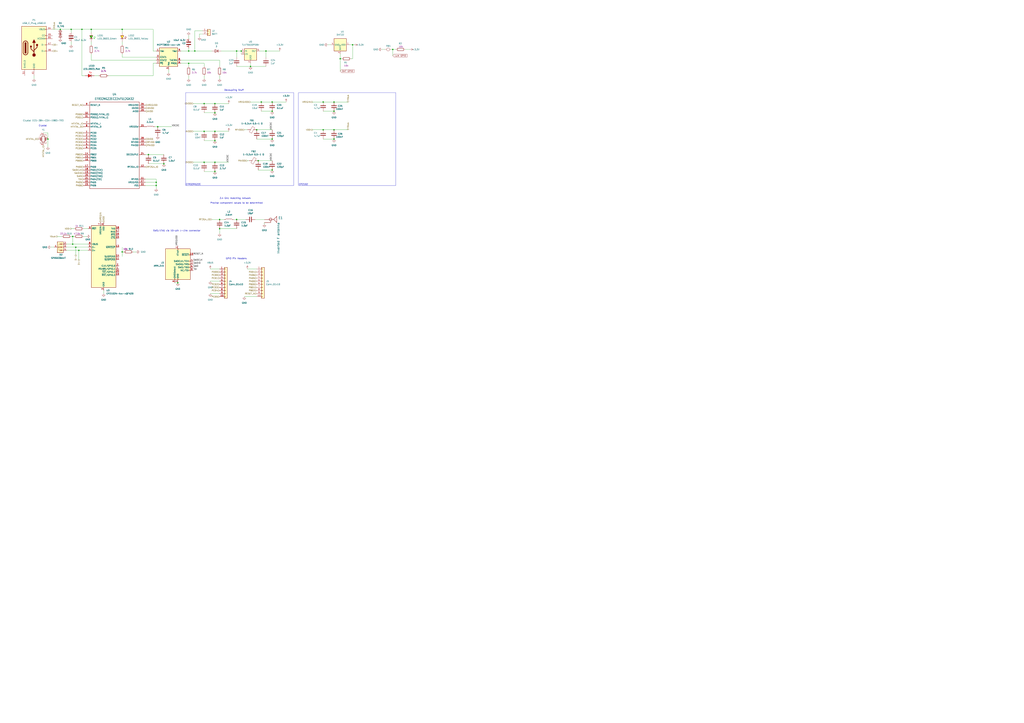
<source format=kicad_sch>
(kicad_sch (version 20231120) (generator "eeschema") (generator_version "8.0")
  (paper "A1")
  (title_block (title "Domo-garden") (rev "0.0.0") (company "Valentin Giaufer"))
  (junction (at 176.53 140.97))
  (junction (at 134.62 134.62))
  (junction (at 64.77 205.74))
  (junction (at 198.12 41.91))
  (junction (at 39.37 114.3))
  (junction (at 154.94 41.91))
  (junction (at 176.53 107.95))
  (junction (at 274.32 91.44))
  (junction (at 180.34 187.96))
  (junction (at 128.27 149.86))
  (junction (at 67.31 24.13))
  (junction (at 59.69 200.66))
  (junction (at 223.52 139.7))
  (junction (at 223.52 83.82))
  (junction (at 167.64 107.95))
  (junction (at 274.32 83.82))
  (junction (at 274.32 114.3))
  (junction (at 167.64 85.09))
  (junction (at 265.43 83.82))
  (junction (at 223.52 91.44))
  (junction (at 274.32 106.68))
  (junction (at 59.69 194.31))
  (junction (at 167.64 133.35))
  (junction (at 49.53 24.13))
  (junction (at 100.33 207.01))
  (junction (at 180.34 180.34))
  (junction (at 194.31 180.34))
  (junction (at 100.33 24.13))
  (junction (at 194.31 41.91))
  (junction (at 121.92 127))
  (junction (at 265.43 106.68))
  (junction (at 129.54 104.14))
  (junction (at 176.53 85.09))
  (junction (at 160.02 41.91))
  (junction (at 74.93 24.13))
  (junction (at 62.23 203.2))
  (junction (at 146.05 232.41))
  (junction (at 223.52 114.3))
  (junction (at 210.82 106.68))
  (junction (at 205.74 54.61))
  (junction (at 279.4 48.26))
  (junction (at 128.27 152.4))
  (junction (at 218.44 41.91))
  (junction (at 58.42 24.13))
  (junction (at 214.63 83.82))
  (junction (at 289.56 36.83))
  (junction (at 176.53 115.57))
  (junction (at 176.53 133.35))
  (junction (at 212.09 132.08))
  (junction (at 154.94 52.07))
  (junction (at 322.58 40.64))
  (junction (at 176.53 92.71))
  (wire (pts (xy 322.58 40.64) (xy 322.58 45.72)))
  (wire (pts (xy 54.61 200.66) (xy 59.69 200.66)))
  (wire (pts (xy 289.56 48.26) (xy 288.29 48.26)))
  (wire (pts (xy 119.38 127) (xy 121.92 127)))
  (wire (pts (xy 138.43 57.15) (xy 138.43 59.69)))
  (wire (pts (xy 54.61 203.2) (xy 62.23 203.2)))
  (wire (pts (xy 274.32 106.68) (xy 285.75 106.68)))
  (wire (pts (xy 72.39 200.66) (xy 59.69 200.66)))
  (wire (pts (xy 194.31 180.34) (xy 201.93 180.34)))
  (wire (pts (xy 332.74 40.64) (xy 336.55 40.64)))
  (wire (pts (xy 279.4 44.45) (xy 279.4 48.26)))
  (wire (pts (xy 62.23 203.2) (xy 62.23 209.55)))
  (wire (pts (xy 203.2 132.08) (xy 204.47 132.08)))
  (wire (pts (xy 223.52 83.82) (xy 234.95 83.82)))
  (wire (pts (xy 100.33 46.99) (xy 128.27 46.99)))
  (wire (pts (xy 172.72 231.14) (xy 180.34 231.14)))
  (wire (pts (xy 321.31 40.64) (xy 322.58 40.64)))
  (wire (pts (xy 180.34 187.96) (xy 180.34 191.77)))
  (wire (pts (xy 198.12 41.91) (xy 198.12 44.45)))
  (wire (pts (xy 205.74 83.82) (xy 214.63 83.82)))
  (wire (pts (xy 100.33 24.13) (xy 125.73 24.13)))
  (wire (pts (xy 173.99 180.34) (xy 180.34 180.34)))
  (wire (pts (xy 172.72 241.3) (xy 180.34 241.3)))
  (wire (pts (xy 205.74 54.61) (xy 218.44 54.61)))
  (wire (pts (xy 41.91 203.2) (xy 44.45 203.2)))
  (wire (pts (xy 154.94 41.91) (xy 160.02 41.91)))
  (wire (pts (xy 180.34 180.34) (xy 184.15 180.34)))
  (wire (pts (xy 143.51 232.41) (xy 146.05 232.41)))
  (wire (pts (xy 74.93 24.13) (xy 100.33 24.13)))
  (wire (pts (xy 265.43 106.68) (xy 274.32 106.68)))
  (wire (pts (xy 128.27 147.32) (xy 128.27 149.86)))
  (wire (pts (xy 85.09 238.76) (xy 85.09 241.3)))
  (wire (pts (xy 213.36 41.91) (xy 218.44 41.91)))
  (wire (pts (xy 148.59 49.53) (xy 180.34 49.53)))
  (wire (pts (xy 176.53 85.09) (xy 187.96 85.09)))
  (wire (pts (xy 74.93 44.45) (xy 74.93 49.53)))
  (wire (pts (xy 119.38 152.4) (xy 128.27 152.4)))
  (wire (pts (xy 67.31 24.13) (xy 74.93 24.13)))
  (wire (pts (xy 167.64 52.07) (xy 167.64 54.61)))
  (wire (pts (xy 148.59 41.91) (xy 154.94 41.91)))
  (wire (pts (xy 62.23 203.2) (xy 72.39 203.2)))
  (wire (pts (xy 68.58 194.31) (xy 71.12 194.31)))
  (wire (pts (xy 100.33 34.29) (xy 100.33 36.83)))
  (wire (pts (xy 109.22 207.01) (xy 111.76 207.01)))
  (wire (pts (xy 191.77 180.34) (xy 194.31 180.34)))
  (wire (pts (xy 181.61 41.91) (xy 194.31 41.91)))
  (wire (pts (xy 128.27 149.86) (xy 128.27 152.4)))
  (wire (pts (xy 125.73 52.07) (xy 128.27 52.07)))
  (wire (pts (xy 49.53 24.13) (xy 58.42 24.13)))
  (wire (pts (xy 210.82 114.3) (xy 223.52 114.3)))
  (wire (pts (xy 180.34 187.96) (xy 194.31 187.96)))
  (wire (pts (xy 35.56 109.22) (xy 39.37 109.22)))
  (wire (pts (xy 194.31 41.91) (xy 198.12 41.91)))
  (wire (pts (xy 58.42 187.96) (xy 60.96 187.96)))
  (wire (pts (xy 180.34 62.23) (xy 180.34 64.77)))
  (wire (pts (xy 176.53 107.95) (xy 187.96 107.95)))
  (wire (pts (xy 290.83 36.83) (xy 289.56 36.83)))
  (wire (pts (xy 212.09 132.08) (xy 223.52 132.08)))
  (wire (pts (xy 154.94 31.75) (xy 154.94 29.21)))
  (wire (pts (xy 46.99 194.31) (xy 50.8 194.31)))
  (wire (pts (xy 125.73 62.23) (xy 125.73 52.07)))
  (wire (pts (xy 279.4 48.26) (xy 279.4 58.42)))
  (wire (pts (xy 167.64 140.97) (xy 176.53 140.97)))
  (wire (pts (xy 214.63 91.44) (xy 223.52 91.44)))
  (wire (pts (xy 58.42 34.29) (xy 58.42 36.83)))
  (wire (pts (xy 166.37 25.4) (xy 160.02 25.4)))
  (wire (pts (xy 27.94 62.23) (xy 27.94 64.77)))
  (wire (pts (xy 128.27 147.32) (xy 119.38 147.32)))
  (wire (pts (xy 280.67 48.26) (xy 279.4 48.26)))
  (wire (pts (xy 64.77 205.74) (xy 72.39 205.74)))
  (wire (pts (xy 39.37 109.22) (xy 39.37 114.3)))
  (wire (pts (xy 121.92 134.62) (xy 134.62 134.62)))
  (wire (pts (xy 154.94 62.23) (xy 154.94 64.77)))
  (wire (pts (xy 176.53 133.35) (xy 187.96 133.35)))
  (wire (pts (xy 289.56 48.26) (xy 289.56 36.83)))
  (wire (pts (xy 74.93 24.13) (xy 74.93 26.67)))
  (wire (pts (xy 129.54 104.14) (xy 140.97 104.14)))
  (wire (pts (xy 218.44 41.91) (xy 218.44 46.99)))
  (wire (pts (xy 100.33 210.82) (xy 100.33 207.01)))
  (wire (pts (xy 127 104.14) (xy 129.54 104.14)))
  (wire (pts (xy 58.42 194.31) (xy 59.69 194.31)))
  (wire (pts (xy 158.75 107.95) (xy 167.64 107.95)))
  (wire (pts (xy 167.64 133.35) (xy 176.53 133.35)))
  (wire (pts (xy 100.33 46.99) (xy 100.33 44.45)))
  (wire (pts (xy 160.02 41.91) (xy 173.99 41.91)))
  (wire (pts (xy 121.92 127) (xy 134.62 127)))
  (wire (pts (xy 128.27 149.86) (xy 119.38 149.86)))
  (wire (pts (xy 167.64 62.23) (xy 167.64 64.77)))
  (wire (pts (xy 58.42 24.13) (xy 67.31 24.13)))
  (wire (pts (xy 54.61 205.74) (xy 64.77 205.74)))
  (wire (pts (xy 100.33 203.2) (xy 100.33 207.01)))
  (wire (pts (xy 125.73 41.91) (xy 128.27 41.91)))
  (wire (pts (xy 128.27 152.4) (xy 128.27 154.94)))
  (wire (pts (xy 265.43 83.82) (xy 274.32 83.82)))
  (wire (pts (xy 218.44 41.91) (xy 229.87 41.91)))
  (wire (pts (xy 167.64 85.09) (xy 176.53 85.09)))
  (wire (pts (xy 163.83 27.94) (xy 163.83 30.48)))
  (wire (pts (xy 77.47 62.23) (xy 81.28 62.23)))
  (wire (pts (xy 313.69 40.64) (xy 316.23 40.64)))
  (wire (pts (xy 58.42 26.67) (xy 58.42 24.13)))
  (wire (pts (xy 154.94 39.37) (xy 154.94 41.91)))
  (wire (pts (xy 64.77 213.36) (xy 64.77 205.74)))
  (wire (pts (xy 212.09 139.7) (xy 223.52 139.7)))
  (wire (pts (xy 172.72 220.98) (xy 180.34 220.98)))
  (wire (pts (xy 68.58 187.96) (xy 72.39 187.96)))
  (wire (pts (xy 59.69 200.66) (xy 59.69 194.31)))
  (wire (pts (xy 271.78 36.83) (xy 269.24 36.83)))
  (wire (pts (xy 158.75 85.09) (xy 167.64 85.09)))
  (wire (pts (xy 287.02 36.83) (xy 289.56 36.83)))
  (wire (pts (xy 194.31 41.91) (xy 194.31 46.99)))
  (wire (pts (xy 256.54 83.82) (xy 265.43 83.82)))
  (wire (pts (xy 200.66 106.68) (xy 203.2 106.68)))
  (wire (pts (xy 167.64 115.57) (xy 176.53 115.57)))
  (wire (pts (xy 67.31 24.13) (xy 67.31 62.23)))
  (wire (pts (xy 194.31 54.61) (xy 205.74 54.61)))
  (wire (pts (xy 167.64 107.95) (xy 176.53 107.95)))
  (wire (pts (xy 154.94 52.07) (xy 154.94 54.61)))
  (wire (pts (xy 209.55 180.34) (xy 217.17 180.34)))
  (wire (pts (xy 74.93 34.29) (xy 74.93 36.83)))
  (wire (pts (xy 101.6 207.01) (xy 100.33 207.01)))
  (wire (pts (xy 154.94 52.07) (xy 167.64 52.07)))
  (wire (pts (xy 125.73 24.13) (xy 125.73 41.91)))
  (wire (pts (xy 167.64 92.71) (xy 176.53 92.71)))
  (wire (pts (xy 148.59 52.07) (xy 154.94 52.07)))
  (wire (pts (xy 274.32 83.82) (xy 285.75 83.82)))
  (wire (pts (xy 205.74 52.07) (xy 205.74 54.61)))
  (wire (pts (xy 163.83 27.94) (xy 166.37 27.94)))
  (wire (pts (xy 200.66 243.84) (xy 210.82 243.84)))
  (wire (pts (xy 214.63 83.82) (xy 223.52 83.82)))
  (wire (pts (xy 265.43 114.3) (xy 274.32 114.3)))
  (wire (pts (xy 67.31 62.23) (xy 69.85 62.23)))
  (wire (pts (xy 203.2 220.98) (xy 210.82 220.98)))
  (wire (pts (xy 39.37 114.3) (xy 39.37 120.65)))
  (wire (pts (xy 180.34 49.53) (xy 180.34 54.61)))
  (wire (pts (xy 100.33 24.13) (xy 100.33 26.67)))
  (wire (pts (xy 74.93 49.53) (xy 128.27 49.53)))
  (wire (pts (xy 59.69 194.31) (xy 60.96 194.31)))
  (wire (pts (xy 43.18 24.13) (xy 49.53 24.13)))
  (wire (pts (xy 217.17 182.88) (xy 217.17 184.15)))
  (wire (pts (xy 256.54 106.68) (xy 265.43 106.68)))
  (wire (pts (xy 158.75 133.35) (xy 167.64 133.35)))
  (wire (pts (xy 210.82 106.68) (xy 223.52 106.68)))
  (wire (pts (xy 160.02 25.4) (xy 160.02 41.91)))
  (wire (pts (xy 88.9 62.23) (xy 125.73 62.23)))
  (wire (pts (xy 265.43 91.44) (xy 274.32 91.44)))
  (wire (pts (xy 325.12 40.64) (xy 322.58 40.64)))
  (rectangle (start 152.4 76.2) (end 241.3 152.4))
  (rectangle (start 245.11 76.2) (end 325.12 152.4))
  (text "Decoupling Stuff" (at 184.15 74.93 0) (effects (font (size 1.27 1.27)) (justify left bottom)))
  (text "Crystal" (at 31.75 104.14 0) (effects (font (size 1.27 1.27)) (justify left bottom)))
  (text "SWD/JTAG via 10-pin J-Link connector" (at 125.73 190.5 0) (effects (font (size 1.27 1.27)) (justify left bottom)))
  (text "CP2102" (at 249.174 151.638 0) (effects (font (size 1.27 1.27))))
  (text "GPIO Pin Headers" (at 185.42 213.36 0) (effects (font (size 1.27 1.27)) (justify left bottom)))
  (text "EFR32MG22E" (at 158.75 151.638 0) (effects (font (size 1.27 1.27))))
  (text "Precise component values to be determined" (at 172.72 167.64 0) (effects (font (size 1.27 1.27)) (justify left bottom)))
  (text "2.4 GHz matching network\n" (at 180.34 163.83 0) (effects (font (size 1.27 1.27)) (justify left bottom)))
  (label "VDCDC" (at 187.96 133.35 90))
  (label "VDCDC" (at 223.52 132.08 90))
  (label "VDCDC" (at 223.52 106.68 90))
  (label "VREGVDD" (at 146.05 201.93 90))
  (label "SWDIO" (at 158.75 217.17 0))
  (label "SWDCLK" (at 158.75 214.63 0))
  (label "RESET_N" (at 158.75 209.55 0))
  (label "VDCDC" (at 140.97 104.14 0))
  (label "SWO" (at 158.75 219.71 0))
  (label "TDI" (at 158.75 222.25 0))
  (global_label "Lum GPIO" (shape input) (at 322.58 45.72 0) (property "Intersheetrefs" "${INTERSHEET_REFS}" (effects (hide yes))))
  (global_label "DHT GPIO" (shape input) (at 279.4 58.42 0) (property "Intersheetrefs" "${INTERSHEET_REFS}" (effects (hide yes))))
  (hierarchical_label "PA05" (shape input) (at 68.58 149.86 180))
  (hierarchical_label "PD00" (shape input) (at 68.58 93.98 180))
  (hierarchical_label "HFXTAL_O" (shape input) (at 31.75 114.3 180))
  (hierarchical_label "Vbus" (shape output) (at 285.75 83.82 90))
  (hierarchical_label "PAVDD" (shape input) (at 203.2 132.08 180))
  (hierarchical_label "VREGVDD" (shape input) (at 119.38 86.36 0))
  (hierarchical_label "PAVDD" (shape input) (at 119.38 119.38 0))
  (hierarchical_label "PB00" (shape input) (at 210.82 233.68 180))
  (hierarchical_label "SWO" (shape input) (at 68.58 144.78 180))
  (hierarchical_label "PC04" (shape input) (at 68.58 119.38 180))
  (hierarchical_label "VDD" (shape output) (at 256.54 106.68 180))
  (hierarchical_label "D-" (shape output) (at 62.23 209.55 270))
  (hierarchical_label "RFVDD" (shape input) (at 200.66 106.68 180))
  (hierarchical_label "PC00" (shape input) (at 180.34 226.06 180))
  (hierarchical_label "RESET_N" (shape input) (at 210.82 241.3 180))
  (hierarchical_label "PB01" (shape input) (at 210.82 236.22 180))
  (hierarchical_label "Vbus" (shape output) (at 46.99 194.31 180))
  (hierarchical_label "DVDD" (shape input) (at 119.38 114.3 0))
  (hierarchical_label "RESET_N" (shape input) (at 68.58 86.36 180))
  (hierarchical_label "D+" (shape input) (at 43.18 41.91 0))
  (hierarchical_label "PA00" (shape input) (at 68.58 137.16 180))
  (hierarchical_label "IOVDD" (shape input) (at 158.75 85.09 180))
  (hierarchical_label "VDD" (shape input) (at 85.09 182.88 90))
  (hierarchical_label "PA05" (shape input) (at 210.82 228.6 180))
  (hierarchical_label "PC00" (shape input) (at 68.58 109.22 180))
  (hierarchical_label "PD00" (shape input) (at 180.34 223.52 180))
  (hierarchical_label "PA06" (shape input) (at 68.58 152.4 180))
  (hierarchical_label "Vbus" (shape output) (at 285.75 106.68 90))
  (hierarchical_label "AVDD" (shape input) (at 158.75 107.95 180))
  (hierarchical_label "PC01" (shape input) (at 180.34 228.6 180))
  (hierarchical_label "VREGIN" (shape output) (at 256.54 83.82 180))
  (hierarchical_label "VREGVDD" (shape input) (at 205.74 83.82 180))
  (hierarchical_label "PD01" (shape input) (at 210.82 223.52 180))
  (hierarchical_label "HFXTAL_O" (shape input) (at 68.58 104.14 180))
  (hierarchical_label "D-" (shape input) (at 43.18 36.83 0))
  (hierarchical_label "VREGIN" (shape input) (at 82.55 182.88 90))
  (hierarchical_label "RF2G4_IO" (shape input) (at 119.38 137.16 0))
  (hierarchical_label "PC02" (shape input) (at 180.34 233.68 180))
  (hierarchical_label "HFXTAL_I" (shape input) (at 68.58 101.6 180))
  (hierarchical_label "DVDD" (shape input) (at 158.75 133.35 180))
  (hierarchical_label "PC03" (shape input) (at 68.58 116.84 180))
  (hierarchical_label "VDD" (shape output) (at 58.42 187.96 180))
  (hierarchical_label "PB02" (shape input) (at 210.82 238.76 180))
  (hierarchical_label "PC04" (shape input) (at 180.34 238.76 180))
  (hierarchical_label "RFVDD" (shape input) (at 119.38 116.84 0))
  (hierarchical_label "PA06" (shape input) (at 210.82 226.06 180))
  (hierarchical_label "SWDIO" (shape input) (at 68.58 142.24 180))
  (hierarchical_label "D+" (shape output) (at 64.77 213.36 270))
  (hierarchical_label "RF2G4_IO" (shape input) (at 173.99 180.34 180))
  (hierarchical_label "IOVDD" (shape input) (at 119.38 88.9 0))
  (hierarchical_label "PC05" (shape input) (at 180.34 243.84 180))
  (hierarchical_label "PC03" (shape input) (at 180.34 236.22 180))
  (hierarchical_label "Vbus" (shape input) (at 44.45 24.13 90))
  (hierarchical_label "PD01" (shape input) (at 68.58 96.52 180))
  (hierarchical_label "SWDCLK" (shape input) (at 68.58 139.7 180))
  (hierarchical_label "PC02" (shape input) (at 68.58 114.3 180))
  (hierarchical_label "PA00" (shape input) (at 210.82 231.14 180))
  (hierarchical_label "TDI" (shape input) (at 68.58 147.32 180))
  (hierarchical_label "PB01" (shape input) (at 68.58 129.54 180))
  (hierarchical_label "PC01" (shape input) (at 68.58 111.76 180))
  (hierarchical_label "PC05" (shape input) (at 68.58 121.92 180))
  (hierarchical_label "PB02" (shape input) (at 68.58 127 180))
  (hierarchical_label "HFXTAL_I" (shape input) (at 35.56 119.38 270))
  (hierarchical_label "PB00" (shape input) (at 68.58 132.08 180))
  (hierarchical_label "AVDD" (shape input) (at 119.38 91.44 0))
  (symbol (lib_id "PCM_4ms_Power-symbol:GND") (at 269.24 36.83 270) (unit 1)
    (property "Reference" "#PWR01" (effects (hide yes)))
    (property "Value" "GND" (at 264.16 36.83 90))
  )
  (symbol (lib_id "Device:C") (at 129.54 107.95 0) (unit 1)
    (property "Reference" "C6" (at 133.35 106.6799 0) (effects (justify left)))
    (property "Value" "4.7uF" (at 133.35 109.2199 0) (effects (justify left)))
    (property "Footprint" "Capacitor_SMD:C_0603_1608Metric_Pad1.08x0.95mm_HandSolder" (effects (hide yes)))
  )
  (symbol (lib_id "PCM_4ms_Power-symbol:GND") (at 163.83 30.48 0) (unit 1)
    (property "Reference" "#PWR011" (effects (hide yes)))
    (property "Value" "GND" (at 167.132 32.766 0))
  )
  (symbol (lib_id "power:GND") (at 274.32 114.3 0) (unit 1)
    (property "Reference" "#PWR019" (effects (hide yes)))
    (property "Value" "GND" (at 274.32 119.38 0))
  )
  (symbol (lib_id "Device:FerriteBead") (at 207.01 106.68 90) (unit 1)
    (property "Reference" "FB1" (at 206.9592 99.06 90))
    (property "Value" "1-5.2uH 0.5-1 Ω" (at 206.9592 101.6 90))
    (property "Footprint" "Inductor_SMD:L_0603_1608Metric_Pad1.05x0.95mm_HandSolder" (effects (hide yes)))
  )
  (symbol (lib_id "Device:C") (at 274.32 87.63 0) (unit 1)
    (property "Reference" "C25" (at 277.368 87.122 0) (effects (justify left)))
    (property "Value" "100nF" (at 275.844 89.662 0) (effects (justify left)))
    (property "Footprint" "Capacitor_SMD:C_0603_1608Metric_Pad1.08x0.95mm_HandSolder" (effects (hide yes)))
  )
  (symbol (lib_id "power:GND") (at 176.53 140.97 0) (unit 1)
    (property "Reference" "#PWR029" (effects (hide yes)))
    (property "Value" "GND" (at 176.53 146.05 0))
  )
  (symbol (lib_id "PCM_4ms_Resistor:2.7k_0603") (at 154.94 58.42 0) (unit 1)
    (property "Reference" "R6" (at 157.48 57.1499 0) (effects (justify left)))
    (property "Value" "2.7k_0603" (effects (hide yes)))
    (property "Footprint" "PCM_4ms_Resistor:R_0603" (effects (hide yes)))
    (property "Description" "2k7, 1%, 1/10W, 0603" (effects (hide yes)))
    (property "Specifications" "2k7, 1%, 1/10W, 0603" (effects (hide yes)))
    (property "Manufacturer" "Yageo" (effects (hide yes)))
    (property "Part Number" "RC0603FR-072K7L" (effects (hide yes)))
    (property "Display" "2.7k" (at 157.48 59.6899 0) (effects (justify left)))
    (property "JLCPCB ID" "C13167" (effects (hide yes)))
  )
  (symbol (lib_id "PCM_LED_AKL:LED_0603_Red") (at 73.66 62.23 0) (unit 1)
    (property "Reference" "LED3" (at 75.184 54.102 0))
    (property "Value" "LED_0603_Red" (at 75.184 56.642 0))
    (property "Footprint" "PCM_LED_SMD_AKL:LED_0603_1608Metric" (effects (hide yes)))
    (property "Description" "Red SMD LED, 0603, Alternate KiCad Library" (effects (hide yes)))
  )
  (symbol (lib_id "Device:C") (at 176.53 88.9 0) (unit 1)
    (property "Reference" "C11" (at 180.34 87.6299 0) (effects (justify left)))
    (property "Value" "1uF" (at 180.34 90.1699 0) (effects (justify left)))
    (property "Footprint" "Capacitor_SMD:C_0603_1608Metric_Pad1.08x0.95mm_HandSolder" (effects (hide yes)))
  )
  (symbol (lib_id "Device:C") (at 205.74 180.34 270) (unit 1)
    (property "Reference" "C16" (at 205.74 172.72 90))
    (property "Value" "18pF" (at 205.74 175.26 90))
    (property "Footprint" "Capacitor_SMD:C_0603_1608Metric_Pad1.08x0.95mm_HandSolder" (effects (hide yes)))
  )
  (symbol (lib_id "PCM_4ms_Resistor:2.7k_0603") (at 64.77 194.31 90) (unit 1)
    (property "Reference" "R9" (at 68.834 192.024 90) (effects (justify left)))
    (property "Value" "47.5k_0603" (effects (hide yes)))
    (property "Footprint" "PCM_4ms_Resistor:R_0603" (effects (hide yes)))
    (property "Display" "47.5k" (at 66.04 192.024 90) (effects (justify left)))
  )
  (symbol (lib_id "Device:L") (at 187.96 180.34 90) (unit 1)
    (property "Reference" "L2" (at 187.96 173.99 90))
    (property "Value" "2.6nH" (at 187.96 176.53 90))
    (property "Footprint" "Inductor_SMD:L_0603_1608Metric_Pad1.05x0.95mm_HandSolder" (effects (hide yes)))
  )
  (symbol (lib_id "PCM_4ms_Resistor:10k_0402") (at 328.93 40.64 270) (unit 1)
    (property "Reference" "R2" (at 327.406 35.814 90) (effects (justify left)))
    (property "Value" "10k_0402" (effects (hide yes)))
    (property "Footprint" "Resistor_SMD:R_0402_1005Metric" (effects (hide yes)))
    (property "Description" "10k, 1%, 1/16W, 0603" (effects (hide yes)))
    (property "Specifications" "10k, 1%, 1/10W, 0402" (effects (hide yes)))
    (property "Manufacturer" "Yageo" (effects (hide yes)))
    (property "Part Number" "RT0402FRE0710KL" (effects (hide yes)))
    (property "Display" "10k" (at 327.406 38.354 90) (effects (justify left)))
    (property "Manufacturer 2" "Yageo" (effects (hide yes)))
    (property "Part Number 2" "RT0402DRE0710KL" (effects (hide yes)))
  )
  (symbol (lib_id "PCM_4ms_Power-symbol:+3.3V") (at 336.55 40.64 270) (unit 1)
    (property "Reference" "#PWR04" (effects (hide yes)))
    (property "Value" "+3.3V" (at 341.63 40.64 90))
  )
  (symbol (lib_id "power:GND") (at 71.12 194.31 90) (unit 1)
    (property "Reference" "#PWR016" (effects (hide yes)))
    (property "Value" "GND" (at 72.136 196.85 90))
  )
  (symbol (lib_id "PCM_4ms_Resistor:2.7k_0603") (at 64.77 187.96 90) (unit 1)
    (property "Reference" "R11" (at 68.834 185.674 90) (effects (justify left)))
    (property "Value" "1k_0603" (effects (hide yes)))
    (property "Footprint" "PCM_4ms_Resistor:R_0603" (effects (hide yes)))
    (property "Display" "1k" (at 64.262 185.674 90) (effects (justify left)))
  )
  (symbol (lib_id "Interface_USB:CP2102N-Axx-xQFN20") (at 85.09 210.82 0) (unit 1)
    (property "Reference" "U3" (at 87.2841 238.76 0) (effects (justify left)))
    (property "Value" "CP2102N-Axx-xQFN20" (at 87.2841 241.3 0) (effects (justify left)))
    (property "Footprint" "Package_DFN_QFN:SiliconLabs_QFN-20-1EP_3x3mm_P0.5mm" (effects (hide yes)))
    (property "Datasheet" "https://www.silabs.com/documents/public/data-sheets/cp2102n-datasheet.pdf" (effects (hide yes)))
    (property "Description" "USB to UART master bridge, QFN-20" (effects (hide yes)))
  )
  (symbol (lib_id "power:GND") (at 176.53 115.57 0) (unit 1)
    (property "Reference" "#PWR028" (effects (hide yes)))
    (property "Value" "GND" (at 176.53 120.65 0))
  )
  (symbol (lib_id "Device:C") (at 265.43 110.49 0) (unit 1)
    (property "Reference" "C4" (at 257.81 109.22 0) (effects (justify left)))
    (property "Value" "4.7uF" (at 257.81 111.76 0) (effects (justify left)))
    (property "Footprint" "Capacitor_SMD:C_0603_1608Metric_Pad1.08x0.95mm_HandSolder" (effects (hide yes)))
  )
  (symbol (lib_id "PCM_4ms_Resistor:2.7k_0603") (at 85.09 62.23 90) (unit 1)
    (property "Reference" "R5" (at 85.09 55.88 90))
    (property "Value" "2.7k_0603" (effects (hide yes)))
    (property "Footprint" "PCM_4ms_Resistor:R_0603" (effects (hide yes)))
    (property "Description" "2k7, 1%, 1/10W, 0603" (effects (hide yes)))
    (property "Specifications" "2k7, 1%, 1/10W, 0603" (effects (hide yes)))
    (property "Manufacturer" "Yageo" (effects (hide yes)))
    (property "Part Number" "RC0603FR-072K7L" (effects (hide yes)))
    (property "Display" "2.7k" (at 85.09 58.42 90))
    (property "JLCPCB ID" "C13167" (effects (hide yes)))
  )
  (symbol (lib_id "PCM_LED_AKL:LED_0603_Green") (at 74.93 30.48 270) (unit 1)
    (property "Reference" "LED1" (at 80.01 29.2099 90) (effects (justify left)))
    (property "Value" "LED_0603_Green" (at 80.01 31.7499 90) (effects (justify left)))
    (property "Footprint" "PCM_LED_SMD_AKL:LED_0603_1608Metric" (effects (hide yes)))
    (property "Description" "Green SMD LED, 0603, Alternate KiCad Library" (effects (hide yes)))
  )
  (symbol (lib_id "Device:Crystal_GND23") (at 35.56 114.3 0) (unit 1)
    (property "Reference" "Y1" (at 35.56 106.68 0))
    (property "Value" "Crystal ECS-384-CDX-1983-TR3" (at 35.56 99.06 0))
    (property "Footprint" "Crystal:Crystal_SMD_2016-4Pin_2.0x1.6mm" (effects (hide yes)))
  )
  (symbol (lib_id "Device:C") (at 176.53 137.16 0) (unit 1)
    (property "Reference" "C13" (at 180.34 135.8899 0) (effects (justify left)))
    (property "Value" "2.7uF" (at 180.34 138.4299 0) (effects (justify left)))
    (property "Footprint" "Capacitor_SMD:C_0603_1608Metric_Pad1.08x0.95mm_HandSolder" (effects (hide yes)))
  )
  (symbol (lib_id "Connector_Generic:Conn_01x10") (at 185.42 231.14 0) (unit 1)
    (property "Reference" "J4" (at 187.96 231.1399 0) (effects (justify left)))
    (property "Value" "Conn_01x10" (at 187.96 233.6799 0) (effects (justify left)))
    (property "Footprint" "Connector_PinHeader_2.54mm:PinHeader_1x10_P2.54mm_Vertical" (effects (hide yes)))
  )
  (symbol (lib_id "power:GND") (at 41.91 203.2 270) (unit 1)
    (property "Reference" "#PWR014" (effects (hide yes)))
    (property "Value" "GND" (at 36.83 203.2 90))
  )
  (symbol (lib_id "PCM_4ms_Power-symbol:+3.3V") (at 290.83 36.83 270) (unit 1)
    (property "Reference" "#PWR02" (effects (hide yes)))
    (property "Value" "+3.3V" (at 295.91 36.83 90))
  )
  (symbol (lib_id "power:GND") (at 205.74 54.61 0) (unit 1)
    (property "Reference" "#PWR040" (effects (hide yes)))
    (property "Value" "GND" (at 205.74 59.69 0))
  )
  (symbol (lib_id "power:GND") (at 217.17 184.15 0) (unit 1)
    (property "Reference" "#PWR035" (effects (hide yes)))
    (property "Value" "GND" (at 217.17 189.23 0))
  )
  (symbol (lib_id "power:GND") (at 223.52 114.3 0) (unit 1)
    (property "Reference" "#PWR037" (effects (hide yes)))
    (property "Value" "GND" (at 223.52 119.38 0))
  )
  (symbol (lib_id "Device:D") (at 177.8 41.91 180) (unit 1)
    (property "Reference" "D3" (at 177.8 35.56 0))
    (property "Value" "D" (at 177.8 38.1 0))
    (property "Footprint" "Diode_SMD:D_SOD-123" (effects (hide yes)))
    (property "Datasheet" "1N4148?" (effects (hide yes)))
  )
  (symbol (lib_id "Device:C") (at 194.31 184.15 0) (unit 1)
    (property "Reference" "C15" (at 198.12 182.8799 0) (effects (justify left)))
    (property "Value" "1.3pF" (at 198.12 185.4199 0) (effects (justify left)))
    (property "Footprint" "Capacitor_SMD:C_0603_1608Metric_Pad1.08x0.95mm_HandSolder" (effects (hide yes)))
  )
  (symbol (lib_id "power:GND") (at 223.52 91.44 0) (unit 1)
    (property "Reference" "#PWR036" (effects (hide yes)))
    (property "Value" "GND" (at 223.52 96.52 0))
  )
  (symbol (lib_id "power:GND") (at 49.53 31.75 0) (unit 1)
    (property "Reference" "#PWR012" (effects (hide yes)))
    (property "Value" "GND" (at 52.324 35.56 0))
  )
  (symbol (lib_id "Device:C") (at 121.92 130.81 0) (unit 1)
    (property "Reference" "C5" (at 125.73 129.5399 0) (effects (justify left)))
    (property "Value" "0.1uF" (at 125.73 132.0799 0) (effects (justify left)))
    (property "Footprint" "Capacitor_SMD:C_0603_1608Metric_Pad1.08x0.95mm_HandSolder" (effects (hide yes)))
  )
  (symbol (lib_id "Device:C") (at 180.34 184.15 0) (unit 1)
    (property "Reference" "C14" (at 184.15 182.8799 0) (effects (justify left)))
    (property "Value" "1.2pF" (at 184.15 185.4199 0) (effects (justify left)))
    (property "Footprint" "Capacitor_SMD:C_0603_1608Metric_Pad1.08x0.95mm_HandSolder" (effects (hide yes)))
  )
  (symbol (lib_id "power:GND") (at 200.66 243.84 0) (unit 1)
    (property "Reference" "#PWR033" (effects (hide yes)))
    (property "Value" "GND" (at 200.66 248.92 0))
  )
  (symbol (lib_id "PCM_4ms_Resistor:2.7k_0603") (at 105.41 207.01 90) (unit 1)
    (property "Reference" "R12" (at 109.474 204.724 90) (effects (justify left)))
    (property "Value" "10k_0603" (effects (hide yes)))
    (property "Footprint" "PCM_4ms_Resistor:R_0603" (effects (hide yes)))
    (property "Display" "10k" (at 104.902 204.724 90) (effects (justify left)))
  )
  (symbol (lib_id "CC0805KKX5R5BB106:CC0805KKX5R5BB106") (at 58.42 31.75 90) (unit 1)
    (property "Reference" "C1" (at 60.96 30.48 90) (effects (justify right)))
    (property "Value" "10uF 6.3V" (at 60.96 33.02 90) (effects (justify right)))
    (property "Footprint" "capa10uf6.3v_CC0805KKX5R5BB106:CAPC2012X70" (effects (hide yes)))
    (property "MF" "Yageo" (effects (hide yes)))
    (property "Description_1" "\n10 µF ±10% 6.3V Ceramic Capacitor X5R 0805 (2012 Metric)\n" (effects (hide yes)))
    (property "Package" "0805 Yageo" (effects (hide yes)))
    (property "Price" "None" (effects (hide yes)))
    (property "SnapEDA_Link" "https://www.snapeda.com/parts/CC0805KKX5R5BB106/Yageo/view-part/?ref=snap" (effects (hide yes)))
    (property "MP" "CC0805KKX5R5BB106" (effects (hide yes)))
    (property "Availability" "In Stock" (effects (hide yes)))
    (property "Check_prices" "https://www.snapeda.com/parts/CC0805KKX5R5BB106/Yageo/view-part/?ref=eda" (effects (hide yes)))
  )
  (symbol (lib_id "Power_Protection:SP0503BAHT") (at 49.53 203.2 270) (unit 1)
    (property "Reference" "D2" (at 48.768 209.296 90) (effects (justify left)))
    (property "Value" "SP0503BAHT" (at 41.91 212.09 90) (effects (justify left)))
    (property "Footprint" "Package_TO_SOT_SMD:SOT-143" (effects (hide yes)))
    (property "Datasheet" "http://www.littelfuse.com/~/media/files/littelfuse/technical%20resources/documents/data%20sheets/sp05xxba.pdf" (effects (hide yes)))
    (property "Description" "TVS Diode Array, 5.5V Standoff, 3 Channels, SOT-143 package" (effects (hide yes)))
  )
  (symbol (lib_id "Device:C") (at 265.43 87.63 0) (unit 1)
    (property "Reference" "C3" (at 257.81 86.36 0) (effects (justify left)))
    (property "Value" "4.7uF" (at 257.81 88.9 0) (effects (justify left)))
    (property "Footprint" "Capacitor_SMD:C_0603_1608Metric_Pad1.08x0.95mm_HandSolder" (effects (hide yes)))
  )
  (symbol (lib_id "Device:C") (at 167.64 88.9 0) (unit 1)
    (property "Reference" "C8" (at 158.75 87.63 0) (effects (justify left)))
    (property "Value" "0.1uF" (at 158.75 90.17 0) (effects (justify left)))
    (property "Footprint" "Capacitor_SMD:C_0603_1608Metric_Pad1.08x0.95mm_HandSolder" (effects (hide yes)))
  )
  (symbol (lib_id "power:+3.3V") (at 229.87 41.91 0) (unit 1)
    (property "Reference" "#PWR041" (effects (hide yes)))
    (property "Value" "+3.3V" (at 229.87 36.83 0))
  )
  (symbol (lib_id "power:GND") (at 274.32 91.44 0) (unit 1)
    (property "Reference" "#PWR018" (effects (hide yes)))
    (property "Value" "GND" (at 274.32 96.52 0))
  )
  (symbol (lib_id "power:GND") (at 129.54 111.76 0) (unit 1)
    (property "Reference" "#PWR022" (effects (hide yes)))
    (property "Value" "GND" (at 129.54 116.84 0))
  )
  (symbol (lib_id "power:+3.3V") (at 187.96 85.09 0) (unit 1)
    (property "Reference" "#PWR031" (effects (hide yes)))
    (property "Value" "+3.3V" (at 187.96 80.01 0))
  )
  (symbol (lib_id "PCM_4ms_Resistor:2.7k_0603") (at 100.33 40.64 0) (unit 1)
    (property "Reference" "R4" (at 102.87 39.3699 0) (effects (justify left)))
    (property "Value" "2.7k_0603" (effects (hide yes)))
    (property "Footprint" "PCM_4ms_Resistor:R_0603" (effects (hide yes)))
    (property "Description" "2k7, 1%, 1/10W, 0603" (effects (hide yes)))
    (property "Specifications" "2k7, 1%, 1/10W, 0603" (effects (hide yes)))
    (property "Manufacturer" "Yageo" (effects (hide yes)))
    (property "Part Number" "RC0603FR-072K7L" (effects (hide yes)))
    (property "Display" "2.7k" (at 102.87 41.9099 0) (effects (justify left)))
    (property "JLCPCB ID" "C13167" (effects (hide yes)))
  )
  (symbol (lib_id "power:GND") (at 39.37 120.65 0) (unit 1)
    (property "Reference" "#PWR017" (effects (hide yes)))
    (property "Value" "GND" (at 39.37 125.73 0))
  )
  (symbol (lib_id "PCM_4ms_Resistor:10k_0402") (at 167.64 58.42 180) (unit 1)
    (property "Reference" "R7" (at 172.72 57.15 0) (effects (justify left)))
    (property "Value" "10k_0402" (effects (hide yes)))
    (property "Footprint" "Resistor_SMD:R_0402_1005Metric" (effects (hide yes)))
    (property "Description" "10k, 1%, 1/16W, 0603" (effects (hide yes)))
    (property "Specifications" "10k, 1%, 1/10W, 0402" (effects (hide yes)))
    (property "Manufacturer" "Yageo" (effects (hide yes)))
    (property "Part Number" "RT0402FRE0710KL" (effects (hide yes)))
    (property "Display" "10k" (at 173.482 59.69 0) (effects (justify left)))
    (property "Manufacturer 2" "Yageo" (effects (hide yes)))
    (property "Part Number 2" "RT0402DRE0710KL" (effects (hide yes)))
  )
  (symbol (lib_id "power:+3.3V") (at 234.95 83.82 0) (unit 1)
    (property "Reference" "#PWR039" (effects (hide yes)))
    (property "Value" "+3.3V" (at 234.95 78.74 0))
  )
  (symbol (lib_id "Connector:Conn_ARM_JTAG_SWD_10") (at 146.05 217.17 0) (unit 1)
    (property "Reference" "J3" (at 134.62 215.8999 0) (effects (justify right)))
    (property "Value" "ARM_2x5" (at 134.62 218.4399 0) (effects (justify right)))
    (property "Footprint" "arm_2x5:322010030000TR" (effects (hide yes)))
    (property "Datasheet" "http://infocenter.arm.com/help/topic/com.arm.doc.ddi0314h/DDI0314H_coresight_components_trm.pdf" (effects (hide yes)))
  )
  (symbol (lib_id "Device:C") (at 212.09 135.89 0) (unit 1)
    (property "Reference" "C18" (at 215.9 134.6199 0) (effects (justify left)))
    (property "Value" "100nF" (at 215.9 137.1599 0) (effects (justify left)))
    (property "Footprint" "Capacitor_SMD:C_0603_1608Metric_Pad1.08x0.95mm_HandSolder" (effects (hide yes)))
  )
  (symbol (lib_id "power:GND") (at 146.05 232.41 0) (unit 1)
    (property "Reference" "#PWR020" (effects (hide yes)))
    (property "Value" "GND" (at 146.05 237.49 0))
  )
  (symbol (lib_id "PDV-P8003:PDV-P8003") (at 318.77 40.64 0) (unit 1)
    (property "Reference" "PR1" (at 319.024 37.846 0))
    (property "Value" "~" (at 318.77 38.1 0))
    (property "Footprint" "OptoDevice:R_LDR_5.1x4.3mm_P3.4mm_Vertical" (effects (hide yes)))
  )
  (symbol (lib_id "power:GND") (at 180.34 191.77 0) (unit 1)
    (property "Reference" "#PWR030" (effects (hide yes)))
    (property "Value" "GND" (at 180.34 196.85 0))
  )
  (symbol (lib_id "Device:C") (at 218.44 50.8 180) (unit 1)
    (property "Reference" "C24" (at 222.25 49.5299 0) (effects (justify right)))
    (property "Value" "1uF" (at 222.25 52.0699 0) (effects (justify right)))
    (property "Footprint" "Capacitor_SMD:C_0603_1608Metric_Pad1.08x0.95mm_HandSolder" (effects (hide yes)))
  )
  (symbol (lib_id "PCM_4ms_Resistor:10k_0402") (at 180.34 58.42 180) (unit 1)
    (property "Reference" "R8" (at 185.42 57.15 0) (effects (justify left)))
    (property "Value" "10k_0402" (effects (hide yes)))
    (property "Footprint" "Resistor_SMD:R_0402_1005Metric" (effects (hide yes)))
    (property "Description" "10k, 1%, 1/16W, 0603" (effects (hide yes)))
    (property "Specifications" "10k, 1%, 1/10W, 0402" (effects (hide yes)))
    (property "Manufacturer" "Yageo" (effects (hide yes)))
    (property "Part Number" "RT0402FRE0710KL" (effects (hide yes)))
    (property "Display" "10k" (at 186.182 59.69 0) (effects (justify left)))
    (property "Manufacturer 2" "Yageo" (effects (hide yes)))
    (property "Part Number 2" "RT0402DRE0710KL" (effects (hide yes)))
  )
  (symbol (lib_id "CC0805KKX5R5BB106:CC0805KKX5R5BB106") (at 154.94 34.29 270) (unit 1)
    (property "Reference" "C2" (at 152.4 35.56 90) (effects (justify right)))
    (property "Value" "10uF 6.3V" (at 152.4 33.02 90) (effects (justify right)))
    (property "Footprint" "capa10uf6.3v_CC0805KKX5R5BB106:CAPC2012X70" (effects (hide yes)))
    (property "MF" "Yageo" (effects (hide yes)))
    (property "Description_1" "\n10 µF ±10% 6.3V Ceramic Capacitor X5R 0805 (2012 Metric)\n" (effects (hide yes)))
    (property "Package" "0805 Yageo" (effects (hide yes)))
    (property "Price" "None" (effects (hide yes)))
    (property "SnapEDA_Link" "https://www.snapeda.com/parts/CC0805KKX5R5BB106/Yageo/view-part/?ref=snap" (effects (hide yes)))
    (property "MP" "CC0805KKX5R5BB106" (effects (hide yes)))
    (property "Availability" "In Stock" (effects (hide yes)))
    (property "Check_prices" "https://www.snapeda.com/parts/CC0805KKX5R5BB106/Yageo/view-part/?ref=eda" (effects (hide yes)))
  )
  (symbol (lib_id "Device:C") (at 223.52 135.89 0) (unit 1)
    (property "Reference" "C22" (at 227.33 134.6199 0) (effects (justify left)))
    (property "Value" "120pF" (at 227.33 137.1599 0) (effects (justify left)))
    (property "Footprint" "Capacitor_SMD:C_0603_1608Metric_Pad1.08x0.95mm_HandSolder" (effects (hide yes)))
  )
  (symbol (lib_id "Connector:USB_C_Plug_USB2.0") (at 27.94 39.37 0) (unit 1)
    (property "Reference" "P1" (at 27.94 16.51 0))
    (property "Value" "USB_C_Plug_USB2.0" (at 27.94 19.05 0))
    (property "Footprint" "Connector_USB:USB3_A_Molex_48406-0001_Horizontal_Stacked" (effects (hide yes)))
    (property "Datasheet" "https://www.usb.org/sites/default/files/documents/usb_type-c.zip" (effects (hide yes)))
    (property "Description" "USB 2.0-only Type-C Plug connector" (effects (hide yes)))
  )
  (symbol (lib_id "power:GND") (at 111.76 207.01 90) (unit 1)
    (property "Reference" "#PWR042" (effects (hide yes)))
    (property "Value" "GND" (at 115.57 207.0099 90) (effects (justify right)))
  )
  (symbol (lib_id "power:GND") (at 172.72 231.14 0) (unit 1)
    (property "Reference" "#PWR025" (effects (hide yes)))
    (property "Value" "GND" (at 172.72 236.22 0))
  )
  (symbol (lib_id "Device:C") (at 167.64 111.76 0) (unit 1)
    (property "Reference" "C9" (at 160.02 110.49 0) (effects (justify left)))
    (property "Value" "10nF" (at 160.02 113.03 0) (effects (justify left)))
    (property "Footprint" "Capacitor_SMD:C_0603_1608Metric_Pad1.08x0.95mm_HandSolder" (effects (hide yes)))
  )
  (symbol (lib_id "Battery_Management:MCP73833-xxx-UN") (at 138.43 46.99 0) (unit 1)
    (property "Reference" "U2" (at 138.43 34.29 0))
    (property "Value" "MCP73833-xxx-UN" (at 138.43 36.83 0))
    (property "Footprint" "Package_SO:MSOP-10_3x3mm_P0.5mm" (effects (hide yes)))
    (property "Datasheet" "https://ww1.microchip.com/downloads/aemDocuments/documents/OTH/ProductDocuments/DataSheets/22005b.pdf" (effects (hide yes)))
    (property "Description" "Stand-Alone Linear Li-Ion / Li-Polymer Charge Management Controller, MSOP-10" (effects (hide yes)))
  )
  (symbol (lib_id "PCM_4ms_Power-symbol:GND") (at 154.94 29.21 180) (unit 1)
    (property "Reference" "#PWR013" (effects (hide yes)))
    (property "Value" "GND" (at 154.94 24.13 0))
  )
  (symbol (lib_id "Device:C") (at 176.53 111.76 0) (unit 1)
    (property "Reference" "C12" (at 180.34 110.4899 0) (effects (justify left)))
    (property "Value" "1uF" (at 180.34 113.0299 0) (effects (justify left)))
    (property "Footprint" "Capacitor_SMD:C_0603_1608Metric_Pad1.08x0.95mm_HandSolder" (effects (hide yes)))
  )
  (symbol (lib_id "Regulator_Linear:TLV75533PDBV") (at 205.74 44.45 0) (unit 1)
    (property "Reference" "U5" (at 205.74 34.29 0))
    (property "Value" "TLV75533PDBV" (at 205.74 36.83 0))
    (property "Footprint" "Package_TO_SOT_SMD:SOT-23-5" (effects (hide yes)))
    (property "Datasheet" "http://www.ti.com/lit/ds/symlink/tlv755p.pdf" (effects (hide yes)))
  )
  (symbol (lib_id "PCM_4ms_Power-symbol:GND") (at 58.42 36.83 0) (unit 1)
    (property "Reference" "#PWR06" (effects (hide yes)))
    (property "Value" "GND" (at 58.42 41.91 0))
  )
  (symbol (lib_id "PCM_4ms_Power-symbol:GND") (at 27.94 64.77 0) (unit 1)
    (property "Reference" "#PWR05" (effects (hide yes)))
    (property "Value" "GND" (at 27.94 69.85 0))
  )
  (symbol (lib_id "PCM_4ms_Power-symbol:GND") (at 313.69 40.64 270) (unit 1)
    (property "Reference" "#PWR03" (effects (hide yes)))
    (property "Value" "GND" (at 308.61 40.64 90))
  )
  (symbol (lib_id "Device:FerriteBead") (at 208.28 132.08 90) (unit 1)
    (property "Reference" "FB2" (at 208.2292 124.46 90))
    (property "Value" "1-5.2uH 0.5-1 Ω" (at 208.2292 127 90))
    (property "Footprint" "Inductor_SMD:L_0603_1608Metric_Pad1.05x0.95mm_HandSolder" (effects (hide yes)))
  )
  (symbol (lib_id "PCM_4ms_Resistor:2.7k_0603") (at 54.61 194.31 90) (unit 1)
    (property "Reference" "R10" (at 58.928 192.024 90) (effects (justify left)))
    (property "Value" "22.1k_0603" (effects (hide yes)))
    (property "Footprint" "PCM_4ms_Resistor:R_0603" (effects (hide yes)))
    (property "Display" "22.1k" (at 54.864 192.024 90) (effects (justify left)))
  )
  (symbol (lib_id "power:GND") (at 176.53 92.71 0) (unit 1)
    (property "Reference" "#PWR027" (effects (hide yes)))
    (property "Value" "GND" (at 176.53 97.79 0))
  )
  (symbol (lib_id "power:+3.3V") (at 187.96 107.95 0) (unit 1)
    (property "Reference" "#PWR032" (effects (hide yes)))
    (property "Value" "+3.3V" (at 187.96 102.87 0))
  )
  (symbol (lib_id "PCM_4ms_Power-symbol:GND") (at 154.94 64.77 0) (unit 1)
    (property "Reference" "#PWR08" (effects (hide yes)))
    (property "Value" "GND" (at 154.94 69.85 0))
  )
  (symbol (lib_id "EFR32MG22_module-eagle-import:EFR32MG22C224F512GN32") (at 93.98 119.38 0) (unit 1)
    (property "Reference" "U4" (at 93.98 77.47 0) (effects (font (size 1.7799 1.5129))))
    (property "Value" "EFR32MG22EC224F512GN32" (at 93.98 81.28 0) (effects (font (size 1.7791 1.5122))))
    (property "Footprint" "Package_DFN_QFN:QFN-32-1EP_4x4mm_P0.4mm_EP2.9x2.9mm_ThermalVias" (effects (hide yes)))
  )
  (symbol (lib_id "PCM_4ms_Power-symbol:GND") (at 167.64 64.77 0) (unit 1)
    (property "Reference" "#PWR09" (effects (hide yes)))
    (property "Value" "GND" (at 167.64 69.85 0))
  )
  (symbol (lib_id "power:GND") (at 223.52 139.7 0) (unit 1)
    (property "Reference" "#PWR038" (effects (hide yes)))
    (property "Value" "GND" (at 223.52 144.78 0))
  )
  (symbol (lib_id "Device:D_TVS") (at 49.53 27.94 90) (unit 1)
    (property "Reference" "D1" (at 48.26 19.05 90) (effects (justify right)))
    (property "Value" "D_TVS" (at 46.99 21.59 90) (effects (justify right)))
    (property "Footprint" "Diode_SMD:D_0201_0603Metric" (effects (hide yes)))
  )
  (symbol (lib_id "PCM_4ms_Resistor:2.7k_0603") (at 74.93 40.64 0) (unit 1)
    (property "Reference" "R3" (at 77.47 39.3699 0) (effects (justify left)))
    (property "Value" "2.7k_0603" (effects (hide yes)))
    (property "Footprint" "PCM_4ms_Resistor:R_0603" (effects (hide yes)))
    (property "Description" "2k7, 1%, 1/10W, 0603" (effects (hide yes)))
    (property "Specifications" "2k7, 1%, 1/10W, 0603" (effects (hide yes)))
    (property "Manufacturer" "Yageo" (effects (hide yes)))
    (property "Part Number" "RC0603FR-072K7L" (effects (hide yes)))
    (property "Display" "2.7k" (at 77.47 41.9099 0) (effects (justify left)))
    (property "JLCPCB ID" "C13167" (effects (hide yes)))
  )
  (symbol (lib_id "Device:C") (at 223.52 87.63 0) (unit 1)
    (property "Reference" "C20" (at 227.33 86.3599 0) (effects (justify left)))
    (property "Value" "0.1uF" (at 227.33 88.8999 0) (effects (justify left)))
    (property "Footprint" "Capacitor_SMD:C_0603_1608Metric_Pad1.08x0.95mm_HandSolder" (effects (hide yes)))
  )
  (symbol (lib_id "Device:C") (at 167.64 137.16 0) (unit 1)
    (property "Reference" "C10" (at 158.75 135.89 0) (effects (justify left)))
    (property "Value" "0.1uF" (at 158.75 138.43 0) (effects (justify left)))
    (property "Footprint" "Capacitor_SMD:C_0603_1608Metric_Pad1.08x0.95mm_HandSolder" (effects (hide yes)))
  )
  (symbol (lib_id "Connector_Generic:Conn_01x10") (at 215.9 231.14 0) (unit 1)
    (property "Reference" "J5" (at 218.44 231.1399 0) (effects (justify left)))
    (property "Value" "Conn_01x10" (at 218.44 233.6799 0) (effects (justify left)))
    (property "Footprint" "Connector_PinHeader_2.54mm:PinHeader_1x10_P2.54mm_Vertical" (effects (hide yes)))
  )
  (symbol (lib_id "EFR32MG22_module-eagle-import:ANTENNA-GROUNDEDTRACE-15.2MM") (at 227.33 180.34 270) (unit 1)
    (property "Reference" "E1" (at 228.6 179.07 90) (effects (font (size 1.778 1.778)) (justify left)))
    (property "Value" "Inverted F antenna" (at 228.6 182.88 0) (effects (font (size 1.778 1.778)) (justify left)))
    (property "Footprint" "EFR32MG22_module:TRACE_ANTENNA_2.4GHZ_15.2MM" (effects (hide yes)))
  )
  (symbol (lib_id "Device:C") (at 134.62 130.81 0) (unit 1)
    (property "Reference" "C7" (at 138.43 129.5399 0) (effects (justify left)))
    (property "Value" "1.0uF" (at 138.43 132.0799 0) (effects (justify left)))
    (property "Footprint" "Capacitor_SMD:C_0603_1608Metric_Pad1.08x0.95mm_HandSolder" (effects (hide yes)))
  )
  (symbol (lib_id "Device:C") (at 210.82 110.49 0) (unit 1)
    (property "Reference" "C17" (at 214.63 109.2199 0) (effects (justify left)))
    (property "Value" "100nF" (at 214.63 111.7599 0) (effects (justify left)))
    (property "Footprint" "Capacitor_SMD:C_0603_1608Metric_Pad1.08x0.95mm_HandSolder" (effects (hide yes)))
  )
  (symbol (lib_id "power:VBUS") (at 172.72 220.98 0) (unit 1)
    (property "Reference" "#PWR024" (effects (hide yes)))
    (property "Value" "VBUS" (at 172.72 215.9 0))
  )
  (symbol (lib_id "power:GND") (at 134.62 134.62 0) (unit 1)
    (property "Reference" "#PWR023" (effects (hide yes)))
    (property "Value" "GND" (at 134.62 139.7 0))
  )
  (symbol (lib_id "Device:C") (at 194.31 50.8 180) (unit 1)
    (property "Reference" "C23" (at 187.96 49.53 0) (effects (justify right)))
    (property "Value" "1uF" (at 187.96 52.07 0) (effects (justify right)))
    (property "Footprint" "Capacitor_SMD:C_0603_1608Metric_Pad1.08x0.95mm_HandSolder" (effects (hide yes)))
  )
  (symbol (lib_id "PCM_4ms_Resistor:10k_0402") (at 284.48 48.26 270) (unit 1)
    (property "Reference" "R1" (at 282.575 51.4349 90) (effects (justify left)))
    (property "Value" "10k_0402" (effects (hide yes)))
    (property "Footprint" "Resistor_SMD:R_0402_1005Metric" (effects (hide yes)))
    (property "Description" "10k, 1%, 1/16W, 0603" (effects (hide yes)))
    (property "Specifications" "10k, 1%, 1/10W, 0402" (effects (hide yes)))
    (property "Manufacturer" "Yageo" (effects (hide yes)))
    (property "Part Number" "RT0402FRE0710KL" (effects (hide yes)))
    (property "Display" "10k" (at 282.575 53.9749 90) (effects (justify left)))
    (property "Manufacturer 2" "Yageo" (effects (hide yes)))
    (property "Part Number 2" "RT0402DRE0710KL" (effects (hide yes)))
  )
  (symbol (lib_id "Device:C") (at 223.52 110.49 0) (unit 1)
    (property "Reference" "C21" (at 227.33 109.2199 0) (effects (justify left)))
    (property "Value" "120pF" (at 227.33 111.7599 0) (effects (justify left)))
    (property "Footprint" "Capacitor_SMD:C_0603_1608Metric_Pad1.08x0.95mm_HandSolder" (effects (hide yes)))
  )
  (symbol (lib_id "power:+3.3V") (at 203.2 220.98 0) (unit 1)
    (property "Reference" "#PWR034" (effects (hide yes)))
    (property "Value" "+3.3V" (at 203.2 215.9 0))
  )
  (symbol (lib_id "Sensor:DHT11") (at 279.4 36.83 270) (unit 1)
    (property "Reference" "U1" (at 282.575 26.0349 90) (effects (justify right)))
    (property "Value" "DHT22" (at 282.575 28.5749 90) (effects (justify right)))
    (property "Footprint" "Sensor:Aosong_DHT11_5.5x12.0_P2.54mm" (effects (hide yes)))
    (property "Datasheet" "http://akizukidenshi.com/download/ds/aosong/DHT11.pdf" (effects (hide yes)))
    (property "Description" "3.3V to 5.5V, temperature and humidity module, DHT11" (effects (hide yes)))
  )
  (symbol (lib_id "PCM_4ms_Power-symbol:GND") (at 138.43 59.69 0) (unit 1)
    (property "Reference" "#PWR07" (effects (hide yes)))
    (property "Value" "GND" (at 138.43 64.77 0))
  )
  (symbol (lib_id "Connector_Generic:Conn_01x02") (at 171.45 25.4 0) (unit 1)
    (property "Reference" "J2" (at 173.99 25.3999 0) (effects (justify left)))
    (property "Value" "BATT" (at 173.99 27.9399 0) (effects (justify left)))
    (property "Footprint" "PCM_SL_Connectors:PinHeader_1x02_P2.54mm_Vertical" (effects (hide yes)))
    (property "Description" "Generic connector, single row, 01x02, script generated (kicad-library-utils/schlib/autogen/connector/)" (effects (hide yes)))
  )
  (symbol (lib_id "PCM_4ms_Power-symbol:GND") (at 180.34 64.77 0) (unit 1)
    (property "Reference" "#PWR010" (effects (hide yes)))
    (property "Value" "GND" (at 180.34 69.85 0))
  )
  (symbol (lib_id "Device:C") (at 214.63 87.63 0) (unit 1)
    (property "Reference" "C19" (at 207.01 86.36 0) (effects (justify left)))
    (property "Value" "10uF" (at 207.01 88.9 0) (effects (justify left)))
    (property "Footprint" "Capacitor_SMD:C_0603_1608Metric_Pad1.08x0.95mm_HandSolder" (effects (hide yes)))
  )
  (symbol (lib_id "Device:L") (at 123.19 104.14 90) (unit 1)
    (property "Reference" "L1" (at 123.19 97.79 90))
    (property "Value" "2.2uH" (at 123.19 100.33 90))
    (property "Footprint" "Inductor_SMD:L_0805_2012Metric_Pad1.15x1.40mm_HandSolder" (effects (hide yes)))
    (property "Datasheet" "https://www.digikey.com/en/products/detail/murata-electronics/LQM21PN2R2MGHL/4864858" (effects (hide yes)))
  )
  (symbol (lib_id "Device:C") (at 274.32 110.49 0) (unit 1)
    (property "Reference" "C26" (at 277.368 109.982 0) (effects (justify left)))
    (property "Value" "100nF" (at 275.844 112.522 0) (effects (justify left)))
    (property "Footprint" "Capacitor_SMD:C_0603_1608Metric_Pad1.08x0.95mm_HandSolder" (effects (hide yes)))
  )
  (symbol (lib_id "power:GND") (at 128.27 154.94 0) (unit 1)
    (property "Reference" "#PWR021" (effects (hide yes)))
    (property "Value" "GND" (at 128.27 160.02 0))
  )
  (symbol (lib_id "power:GND") (at 85.09 241.3 0) (unit 1)
    (property "Reference" "#PWR015" (effects (hide yes)))
    (property "Value" "GND" (at 85.09 246.38 0))
  )
  (symbol (lib_id "power:GND") (at 172.72 241.3 0) (unit 1)
    (property "Reference" "#PWR026" (effects (hide yes)))
    (property "Value" "GND" (at 172.72 246.38 0))
  )
  (symbol (lib_id "PCM_LED_AKL:LED_0603_Yellow") (at 100.33 30.48 270) (unit 1)
    (property "Reference" "LED2" (at 105.41 29.2099 90) (effects (justify left)))
    (property "Value" "LED_0603_Yellow" (at 105.41 31.7499 90) (effects (justify left)))
    (property "Footprint" "PCM_LED_SMD_AKL:LED_0603_1608Metric" (effects (hide yes)))
    (property "Description" "Yellow SMD LED, 0603, Alternate KiCad Library" (effects (hide yes)))
  )
)
</source>
